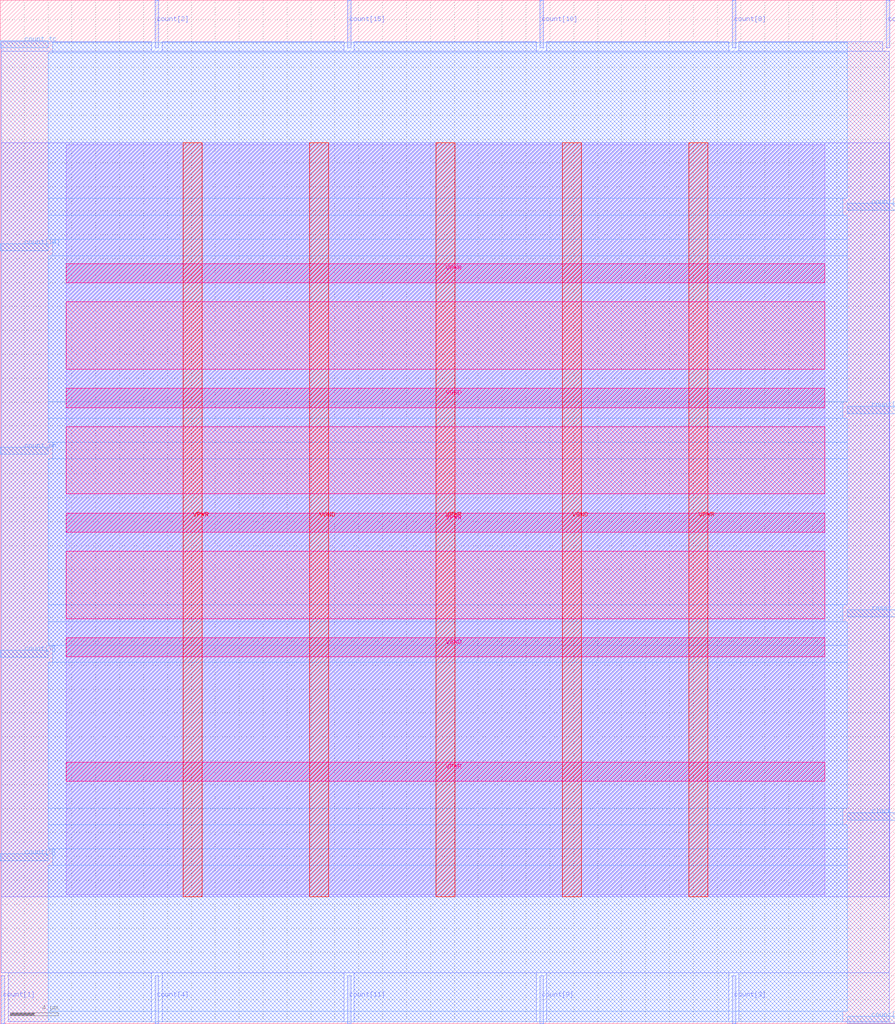
<source format=lef>
VERSION 5.7 ;
  NOWIREEXTENSIONATPIN ON ;
  DIVIDERCHAR "/" ;
  BUSBITCHARS "[]" ;
MACRO counter_16b
  CLASS BLOCK ;
  FOREIGN counter_16b ;
  ORIGIN 0.000 0.000 ;
  SIZE 74.905 BY 85.625 ;
  PIN VGND
    DIRECTION INPUT ;
    USE GROUND ;
    PORT
      LAYER met5 ;
        RECT 5.520 30.695 69.000 32.295 ;
    END
    PORT
      LAYER met5 ;
        RECT 5.520 51.545 69.000 53.145 ;
    END
    PORT
      LAYER met4 ;
        RECT 25.880 10.640 27.480 73.680 ;
    END
    PORT
      LAYER met4 ;
        RECT 47.040 10.640 48.640 73.680 ;
    END
  END VGND
  PIN VPWR
    DIRECTION INPUT ;
    USE POWER ;
    PORT
      LAYER met5 ;
        RECT 5.520 20.265 69.000 21.865 ;
    END
    PORT
      LAYER met5 ;
        RECT 5.520 41.120 69.000 42.720 ;
    END
    PORT
      LAYER met5 ;
        RECT 5.520 61.975 69.000 63.575 ;
    END
    PORT
      LAYER met4 ;
        RECT 15.300 10.640 16.900 73.680 ;
    END
    PORT
      LAYER met4 ;
        RECT 36.460 10.640 38.060 73.680 ;
    END
    PORT
      LAYER met4 ;
        RECT 57.620 10.640 59.220 73.680 ;
    END
  END VPWR
  PIN clock
    DIRECTION INPUT ;
    USE SIGNAL ;
    PORT
      LAYER met3 ;
        RECT 70.905 17.040 74.905 17.640 ;
    END
  END clock
  PIN count[0]
    DIRECTION OUTPUT TRISTATE ;
    USE SIGNAL ;
    PORT
      LAYER met2 ;
        RECT 74.150 81.625 74.430 85.625 ;
    END
  END count[0]
  PIN count[10]
    DIRECTION OUTPUT TRISTATE ;
    USE SIGNAL ;
    PORT
      LAYER met2 ;
        RECT 45.170 81.625 45.450 85.625 ;
    END
  END count[10]
  PIN count[11]
    DIRECTION OUTPUT TRISTATE ;
    USE SIGNAL ;
    PORT
      LAYER met2 ;
        RECT 29.070 0.000 29.350 4.000 ;
    END
  END count[11]
  PIN count[12]
    DIRECTION OUTPUT TRISTATE ;
    USE SIGNAL ;
    PORT
      LAYER met3 ;
        RECT 70.905 68.040 74.905 68.640 ;
    END
  END count[12]
  PIN count[13]
    DIRECTION OUTPUT TRISTATE ;
    USE SIGNAL ;
    PORT
      LAYER met3 ;
        RECT 70.905 0.040 74.905 0.640 ;
    END
  END count[13]
  PIN count[14]
    DIRECTION OUTPUT TRISTATE ;
    USE SIGNAL ;
    PORT
      LAYER met3 ;
        RECT 0.000 64.640 4.000 65.240 ;
    END
  END count[14]
  PIN count[15]
    DIRECTION OUTPUT TRISTATE ;
    USE SIGNAL ;
    PORT
      LAYER met2 ;
        RECT 29.070 81.625 29.350 85.625 ;
    END
  END count[15]
  PIN count[1]
    DIRECTION OUTPUT TRISTATE ;
    USE SIGNAL ;
    PORT
      LAYER met2 ;
        RECT 0.090 0.000 0.370 4.000 ;
    END
  END count[1]
  PIN count[2]
    DIRECTION OUTPUT TRISTATE ;
    USE SIGNAL ;
    PORT
      LAYER met2 ;
        RECT 12.970 81.625 13.250 85.625 ;
    END
  END count[2]
  PIN count[3]
    DIRECTION OUTPUT TRISTATE ;
    USE SIGNAL ;
    PORT
      LAYER met2 ;
        RECT 61.270 0.000 61.550 4.000 ;
    END
  END count[3]
  PIN count[4]
    DIRECTION OUTPUT TRISTATE ;
    USE SIGNAL ;
    PORT
      LAYER met2 ;
        RECT 12.970 0.000 13.250 4.000 ;
    END
  END count[4]
  PIN count[5]
    DIRECTION OUTPUT TRISTATE ;
    USE SIGNAL ;
    PORT
      LAYER met3 ;
        RECT 0.000 13.640 4.000 14.240 ;
    END
  END count[5]
  PIN count[6]
    DIRECTION OUTPUT TRISTATE ;
    USE SIGNAL ;
    PORT
      LAYER met3 ;
        RECT 70.905 51.040 74.905 51.640 ;
    END
  END count[6]
  PIN count[7]
    DIRECTION OUTPUT TRISTATE ;
    USE SIGNAL ;
    PORT
      LAYER met3 ;
        RECT 0.000 30.640 4.000 31.240 ;
    END
  END count[7]
  PIN count[8]
    DIRECTION OUTPUT TRISTATE ;
    USE SIGNAL ;
    PORT
      LAYER met2 ;
        RECT 61.270 81.625 61.550 85.625 ;
    END
  END count[8]
  PIN count[9]
    DIRECTION OUTPUT TRISTATE ;
    USE SIGNAL ;
    PORT
      LAYER met2 ;
        RECT 45.170 0.000 45.450 4.000 ;
    END
  END count[9]
  PIN count_en
    DIRECTION INPUT ;
    USE SIGNAL ;
    PORT
      LAYER met3 ;
        RECT 0.000 47.640 4.000 48.240 ;
    END
  END count_en
  PIN count_tc
    DIRECTION OUTPUT TRISTATE ;
    USE SIGNAL ;
    PORT
      LAYER met3 ;
        RECT 0.000 81.640 4.000 82.240 ;
    END
  END count_tc
  PIN reset
    DIRECTION INPUT ;
    USE SIGNAL ;
    PORT
      LAYER met3 ;
        RECT 70.905 34.040 74.905 34.640 ;
    END
  END reset
  OBS
      LAYER li1 ;
        RECT 5.520 10.795 69.000 73.525 ;
      LAYER met1 ;
        RECT 0.070 10.640 74.450 73.680 ;
      LAYER met2 ;
        RECT 0.100 81.345 12.690 82.125 ;
        RECT 13.530 81.345 28.790 82.125 ;
        RECT 29.630 81.345 44.890 82.125 ;
        RECT 45.730 81.345 60.990 82.125 ;
        RECT 61.830 81.345 73.870 82.125 ;
        RECT 0.100 4.280 74.420 81.345 ;
        RECT 0.650 0.155 12.690 4.280 ;
        RECT 13.530 0.155 28.790 4.280 ;
        RECT 29.630 0.155 44.890 4.280 ;
        RECT 45.730 0.155 60.990 4.280 ;
        RECT 61.830 0.155 74.420 4.280 ;
      LAYER met3 ;
        RECT 4.400 81.240 70.905 82.105 ;
        RECT 4.000 69.040 70.905 81.240 ;
        RECT 4.000 67.640 70.505 69.040 ;
        RECT 4.000 65.640 70.905 67.640 ;
        RECT 4.400 64.240 70.905 65.640 ;
        RECT 4.000 52.040 70.905 64.240 ;
        RECT 4.000 50.640 70.505 52.040 ;
        RECT 4.000 48.640 70.905 50.640 ;
        RECT 4.400 47.240 70.905 48.640 ;
        RECT 4.000 35.040 70.905 47.240 ;
        RECT 4.000 33.640 70.505 35.040 ;
        RECT 4.000 31.640 70.905 33.640 ;
        RECT 4.400 30.240 70.905 31.640 ;
        RECT 4.000 18.040 70.905 30.240 ;
        RECT 4.000 16.640 70.505 18.040 ;
        RECT 4.000 14.640 70.905 16.640 ;
        RECT 4.400 13.240 70.905 14.640 ;
        RECT 4.000 1.040 70.905 13.240 ;
        RECT 4.000 0.175 70.505 1.040 ;
      LAYER met5 ;
        RECT 5.520 54.745 69.000 60.375 ;
        RECT 5.520 44.320 69.000 49.945 ;
        RECT 5.520 33.895 69.000 39.520 ;
  END
END counter_16b
END LIBRARY


</source>
